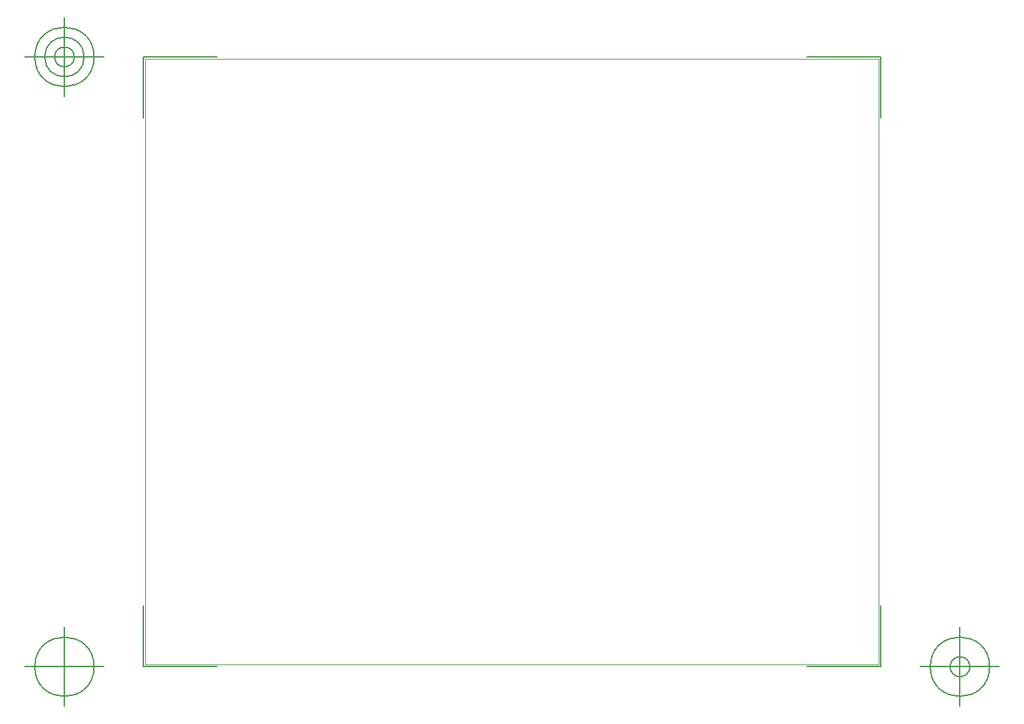
<source format=gbr>
G04 Generated by Ultiboard 14.1 *
%FSLAX34Y34*%
%MOMM*%

%ADD10C,0.0001*%
%ADD11C,0.0010*%
%ADD12C,0.1270*%


G04 ColorRGB 00FFFF for the following layer *
%LNBoard Outline*%
%LPD*%
G54D10*
G54D11*
X-25332Y-43180D02*
X901700Y-43180D01*
X901700Y723311D01*
X-25332Y723311D01*
X-25332Y-43180D01*
G54D12*
X-27872Y-45720D02*
X-27872Y31437D01*
X-27872Y-45720D02*
X65339Y-45720D01*
X904240Y-45720D02*
X811029Y-45720D01*
X904240Y-45720D02*
X904240Y31437D01*
X904240Y725851D02*
X904240Y648694D01*
X904240Y725851D02*
X811029Y725851D01*
X-27872Y725851D02*
X65339Y725851D01*
X-27872Y725851D02*
X-27872Y648694D01*
X-77872Y-45720D02*
X-177872Y-45720D01*
X-127872Y-95720D02*
X-127872Y4280D01*
X-165372Y-45720D02*
G75*
D01*
G02X-165372Y-45720I37500J0*
G01*
X954240Y-45720D02*
X1054240Y-45720D01*
X1004240Y-95720D02*
X1004240Y4280D01*
X966740Y-45720D02*
G75*
D01*
G02X966740Y-45720I37500J0*
G01*
X991740Y-45720D02*
G75*
D01*
G02X991740Y-45720I12500J0*
G01*
X-77872Y725851D02*
X-177872Y725851D01*
X-127872Y675851D02*
X-127872Y775851D01*
X-165372Y725851D02*
G75*
D01*
G02X-165372Y725851I37500J0*
G01*
X-152872Y725851D02*
G75*
D01*
G02X-152872Y725851I25000J0*
G01*
X-140372Y725851D02*
G75*
D01*
G02X-140372Y725851I12500J0*
G01*

M02*

</source>
